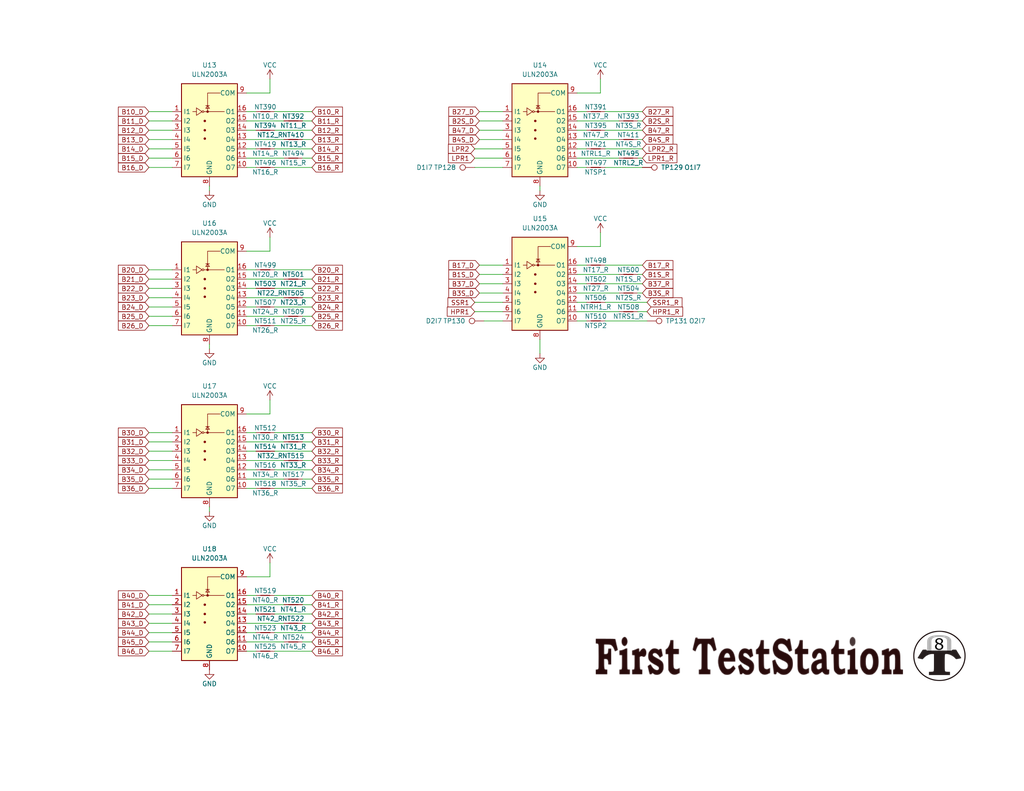
<source format=kicad_sch>
(kicad_sch (version 20230121) (generator eeschema)
  (paper "A")
  (title_block (title "Interconnect IO Board  640-1000-010") (date "2022-06-01") (rev "1.0"))
  (lib_symbols
    (symbol "Library:NetTie_2" (pin_numbers hide) (pin_names (offset 0) hide)
      (property "Reference" "NT" (at 0 1.27 0))
      (property "Value" "NetTie_2" (at 0 -1.27 0))
      (symbol "NetTie_2_0_1"
        (polyline (pts (xy -1.27 0) (xy 1.27 0)) (stroke (width 0.254)))
      )
      (symbol "NetTie_2_1_1"
        (pin passive line (at -2.54 0 0) (length 2.54) (name "1") (number "1"))
        (pin passive line (at 2.54 0 180) (length 2.54) (name "2") (number "2"))
      )
    )
    (symbol "Library:TestPoint" (pin_numbers hide) (pin_names (offset 0.762) hide)
      (property "Reference" "TP" (at 0 6.858 0))
      (property "Value" "TestPoint" (at 0 5.08 0))
      (symbol "TestPoint_0_1"
        (circle (center 0 3.302) (radius 0.762))
      )
      (symbol "TestPoint_1_1"
        (pin passive line (at 0 0 90) (length 2.54) (name "1") (number "1"))
      )
    )
    (symbol "Library:ULN2003A"
      (property "Reference" "U" (at 0 15.875 0))
      (property "Value" "ULN2003A" (at 0 13.97 0))
      (symbol "ULN2003A_0_1"
        (rectangle (start -7.62 -12.7) (end 7.62 12.7) (stroke (width 0.254)) (fill (type background)))
        (circle (center -1.778 5.08) (radius 0.254))
        (circle (center -1.27 -2.286) (radius 0.254) (fill (type outline)))
        (circle (center -1.27 0) (radius 0.254) (fill (type outline)))
        (circle (center -1.27 2.54) (radius 0.254) (fill (type outline)))
        (circle (center -0.508 5.08) (radius 0.254) (fill (type outline)))
        (polyline (pts (xy -4.572 5.08) (xy -3.556 5.08)))
        (polyline (pts (xy -1.524 5.08) (xy 4.064 5.08)))
        (polyline (pts (xy 0 6.731) (xy -1.016 6.731)))
        (polyline (pts (xy -0.508 5.08) (xy -0.508 10.16) (xy 2.921 10.16)))
        (polyline (pts (xy -3.556 6.096) (xy -3.556 4.064) (xy -2.032 5.08) (xy -3.556 6.096)))
        (polyline (pts (xy 0 5.969) (xy -1.016 5.969) (xy -0.508 6.731) (xy 0 5.969)))
      )
      (symbol "ULN2003A_1_1"
        (pin input line (at -10.16 5.08 0) (length 2.54) (name "I1") (number "1"))
        (pin open_collector line (at 10.16 -10.16 180) (length 2.54) (name "O7") (number "10"))
        (pin open_collector line (at 10.16 -7.62 180) (length 2.54) (name "O6") (number "11"))
        (pin open_collector line (at 10.16 -5.08 180) (length 2.54) (name "O5") (number "12"))
        (pin open_collector line (at 10.16 -2.54 180) (length 2.54) (name "O4") (number "13"))
        (pin open_collector line (at 10.16 0 180) (length 2.54) (name "O3") (number "14"))
        (pin open_collector line (at 10.16 2.54 180) (length 2.54) (name "O2") (number "15"))
        (pin open_collector line (at 10.16 5.08 180) (length 2.54) (name "O1") (number "16"))
        (pin input line (at -10.16 2.54 0) (length 2.54) (name "I2") (number "2"))
        (pin input line (at -10.16 0 0) (length 2.54) (name "I3") (number "3"))
        (pin input line (at -10.16 -2.54 0) (length 2.54) (name "I4") (number "4"))
        (pin input line (at -10.16 -5.08 0) (length 2.54) (name "I5") (number "5"))
        (pin input line (at -10.16 -7.62 0) (length 2.54) (name "I6") (number "6"))
        (pin input line (at -10.16 -10.16 0) (length 2.54) (name "I7") (number "7"))
        (pin power_in line (at 0 -15.24 90) (length 2.54) (name "GND") (number "8"))
        (pin passive line (at 10.16 10.16 180) (length 2.54) (name "COM") (number "9"))
      )
    )
    (symbol "power:GND" (power) (pin_names (offset 0))
      (property "Value" "GND" (at 0 -3.81 0))
      (symbol "GND_0_1"
        (polyline (pts (xy 0 0) (xy 0 -1.27) (xy 1.27 -1.27) (xy 0 -2.54) (xy -1.27 -1.27) (xy 0 -1.27)))
      )
      (symbol "GND_1_1"
        (pin power_in line (at 0 0 270) (length 0) hide (name "GND") (number "1"))
      )
    )
    (symbol "power:VCC" (power) (pin_names (offset 0))
      (property "Value" "VCC" (at 0 3.81 0))
      (symbol "VCC_0_1"
        (polyline (pts (xy -0.762 1.27) (xy 0 2.54)))
        (polyline (pts (xy 0 0) (xy 0 2.54)))
        (polyline (pts (xy 0 2.54) (xy 0.762 1.27)))
      )
      (symbol "VCC_1_1"
        (pin power_in line (at 0 0 90) (length 0) hide (name "VCC") (number "1"))
      )
    )
  )
  (wire (pts (xy 40.64 123.19) (xy 46.99 123.19)))
  (wire (pts (xy 157.48 43.18) (xy 168.91 43.18)))
  (wire (pts (xy 40.64 43.18) (xy 46.99 43.18)))
  (wire (pts (xy 67.31 83.82) (xy 69.85 83.82)))
  (wire (pts (xy 67.31 177.8) (xy 69.85 177.8)))
  (wire (pts (xy 82.55 38.1) (xy 85.09 38.1)))
  (wire (pts (xy 67.31 170.18) (xy 77.47 170.18)))
  (wire (pts (xy 67.31 130.81) (xy 77.47 130.81)))
  (wire (pts (xy 157.48 30.48) (xy 160.02 30.48)))
  (wire (pts (xy 74.93 45.72) (xy 85.09 45.72)))
  (wire (pts (xy 67.31 157.48) (xy 73.66 157.48)))
  (wire (pts (xy 73.66 25.4) (xy 73.66 21.59)))
  (wire (pts (xy 67.31 172.72) (xy 69.85 172.72)))
  (wire (pts (xy 173.99 80.01) (xy 175.26 80.01)))
  (wire (pts (xy 157.48 77.47) (xy 160.02 77.47)))
  (wire (pts (xy 40.64 172.72) (xy 46.99 172.72)))
  (wire (pts (xy 82.55 33.02) (xy 85.09 33.02)))
  (wire (pts (xy 40.64 83.82) (xy 46.99 83.82)))
  (wire (pts (xy 67.31 128.27) (xy 69.85 128.27)))
  (wire (pts (xy 74.93 118.11) (xy 85.09 118.11)))
  (wire (pts (xy 74.93 88.9) (xy 85.09 88.9)))
  (wire (pts (xy 173.99 38.1) (xy 175.26 38.1)))
  (wire (pts (xy 173.99 85.09) (xy 176.53 85.09)))
  (wire (pts (xy 165.1 35.56) (xy 175.26 35.56)))
  (wire (pts (xy 173.99 33.02) (xy 175.26 33.02)))
  (wire (pts (xy 40.64 88.9) (xy 46.99 88.9)))
  (wire (pts (xy 157.48 33.02) (xy 168.91 33.02)))
  (wire (pts (xy 74.93 128.27) (xy 85.09 128.27)))
  (wire (pts (xy 67.31 133.35) (xy 69.85 133.35)))
  (wire (pts (xy 67.31 120.65) (xy 77.47 120.65)))
  (wire (pts (xy 40.64 162.56) (xy 46.99 162.56)))
  (wire (pts (xy 40.64 175.26) (xy 46.99 175.26)))
  (wire (pts (xy 165.1 77.47) (xy 175.26 77.47)))
  (wire (pts (xy 67.31 40.64) (xy 69.85 40.64)))
  (wire (pts (xy 130.81 35.56) (xy 137.16 35.56)))
  (wire (pts (xy 157.48 85.09) (xy 168.91 85.09)))
  (wire (pts (xy 157.48 82.55) (xy 160.02 82.55)))
  (wire (pts (xy 157.48 80.01) (xy 168.91 80.01)))
  (wire (pts (xy 74.93 40.64) (xy 85.09 40.64)))
  (wire (pts (xy 40.64 118.11) (xy 46.99 118.11)))
  (wire (pts (xy 74.93 172.72) (xy 85.09 172.72)))
  (wire (pts (xy 40.64 30.48) (xy 46.99 30.48)))
  (wire (pts (xy 40.64 33.02) (xy 46.99 33.02)))
  (wire (pts (xy 129.54 43.18) (xy 137.16 43.18)))
  (wire (pts (xy 67.31 45.72) (xy 69.85 45.72)))
  (wire (pts (xy 157.48 25.4) (xy 163.83 25.4)))
  (wire (pts (xy 74.93 83.82) (xy 85.09 83.82)))
  (wire (pts (xy 129.54 82.55) (xy 137.16 82.55)))
  (wire (pts (xy 82.55 165.1) (xy 85.09 165.1)))
  (wire (pts (xy 82.55 86.36) (xy 85.09 86.36)))
  (wire (pts (xy 165.1 30.48) (xy 175.26 30.48)))
  (wire (pts (xy 147.32 92.71) (xy 147.32 96.52)))
  (wire (pts (xy 157.48 45.72) (xy 160.02 45.72)))
  (wire (pts (xy 40.64 35.56) (xy 46.99 35.56)))
  (wire (pts (xy 132.08 87.63) (xy 137.16 87.63)))
  (wire (pts (xy 82.55 76.2) (xy 85.09 76.2)))
  (wire (pts (xy 40.64 40.64) (xy 46.99 40.64)))
  (wire (pts (xy 67.31 25.4) (xy 73.66 25.4)))
  (wire (pts (xy 40.64 167.64) (xy 46.99 167.64)))
  (wire (pts (xy 165.1 40.64) (xy 175.26 40.64)))
  (wire (pts (xy 173.99 43.18) (xy 175.26 43.18)))
  (wire (pts (xy 67.31 162.56) (xy 69.85 162.56)))
  (wire (pts (xy 73.66 113.03) (xy 73.66 109.22)))
  (wire (pts (xy 40.64 73.66) (xy 46.99 73.66)))
  (wire (pts (xy 74.93 35.56) (xy 85.09 35.56)))
  (wire (pts (xy 67.31 33.02) (xy 77.47 33.02)))
  (wire (pts (xy 40.64 120.65) (xy 46.99 120.65)))
  (wire (pts (xy 82.55 125.73) (xy 85.09 125.73)))
  (wire (pts (xy 157.48 35.56) (xy 160.02 35.56)))
  (wire (pts (xy 74.93 73.66) (xy 85.09 73.66)))
  (wire (pts (xy 82.55 43.18) (xy 85.09 43.18)))
  (wire (pts (xy 74.93 177.8) (xy 85.09 177.8)))
  (wire (pts (xy 74.93 133.35) (xy 85.09 133.35)))
  (wire (pts (xy 73.66 157.48) (xy 73.66 153.67)))
  (wire (pts (xy 82.55 130.81) (xy 85.09 130.81)))
  (wire (pts (xy 173.99 74.93) (xy 175.26 74.93)))
  (wire (pts (xy 130.81 74.93) (xy 137.16 74.93)))
  (wire (pts (xy 67.31 113.03) (xy 73.66 113.03)))
  (wire (pts (xy 40.64 45.72) (xy 46.99 45.72)))
  (wire (pts (xy 40.64 130.81) (xy 46.99 130.81)))
  (wire (pts (xy 67.31 118.11) (xy 69.85 118.11)))
  (wire (pts (xy 82.55 170.18) (xy 85.09 170.18)))
  (wire (pts (xy 57.15 138.43) (xy 57.15 139.7)))
  (wire (pts (xy 163.83 25.4) (xy 163.83 21.59)))
  (wire (pts (xy 67.31 43.18) (xy 77.47 43.18)))
  (wire (pts (xy 157.48 87.63) (xy 160.02 87.63)))
  (wire (pts (xy 157.48 72.39) (xy 160.02 72.39)))
  (wire (pts (xy 163.83 67.31) (xy 163.83 63.5)))
  (wire (pts (xy 67.31 73.66) (xy 69.85 73.66)))
  (wire (pts (xy 67.31 81.28) (xy 77.47 81.28)))
  (wire (pts (xy 67.31 165.1) (xy 77.47 165.1)))
  (wire (pts (xy 157.48 74.93) (xy 168.91 74.93)))
  (wire (pts (xy 165.1 45.72) (xy 175.26 45.72)))
  (wire (pts (xy 40.64 86.36) (xy 46.99 86.36)))
  (wire (pts (xy 130.81 77.47) (xy 137.16 77.47)))
  (wire (pts (xy 67.31 30.48) (xy 69.85 30.48)))
  (wire (pts (xy 67.31 38.1) (xy 77.47 38.1)))
  (wire (pts (xy 130.81 30.48) (xy 137.16 30.48)))
  (wire (pts (xy 74.93 30.48) (xy 85.09 30.48)))
  (wire (pts (xy 67.31 123.19) (xy 69.85 123.19)))
  (wire (pts (xy 74.93 162.56) (xy 85.09 162.56)))
  (wire (pts (xy 129.54 45.72) (xy 137.16 45.72)))
  (wire (pts (xy 157.48 67.31) (xy 163.83 67.31)))
  (wire (pts (xy 57.15 93.98) (xy 57.15 95.25)))
  (wire (pts (xy 165.1 72.39) (xy 175.26 72.39)))
  (wire (pts (xy 67.31 125.73) (xy 77.47 125.73)))
  (wire (pts (xy 82.55 81.28) (xy 85.09 81.28)))
  (wire (pts (xy 40.64 170.18) (xy 46.99 170.18)))
  (wire (pts (xy 130.81 33.02) (xy 137.16 33.02)))
  (wire (pts (xy 74.93 123.19) (xy 85.09 123.19)))
  (wire (pts (xy 67.31 88.9) (xy 69.85 88.9)))
  (wire (pts (xy 40.64 81.28) (xy 46.99 81.28)))
  (wire (pts (xy 130.81 38.1) (xy 137.16 38.1)))
  (wire (pts (xy 157.48 38.1) (xy 168.91 38.1)))
  (wire (pts (xy 67.31 35.56) (xy 69.85 35.56)))
  (wire (pts (xy 74.93 78.74) (xy 85.09 78.74)))
  (wire (pts (xy 147.32 50.8) (xy 147.32 52.07)))
  (wire (pts (xy 165.1 87.63) (xy 176.53 87.63)))
  (wire (pts (xy 67.31 175.26) (xy 77.47 175.26)))
  (wire (pts (xy 40.64 76.2) (xy 46.99 76.2)))
  (wire (pts (xy 129.54 85.09) (xy 137.16 85.09)))
  (wire (pts (xy 73.66 68.58) (xy 73.66 64.77)))
  (wire (pts (xy 40.64 78.74) (xy 46.99 78.74)))
  (wire (pts (xy 40.64 38.1) (xy 46.99 38.1)))
  (wire (pts (xy 82.55 120.65) (xy 85.09 120.65)))
  (wire (pts (xy 157.48 40.64) (xy 160.02 40.64)))
  (wire (pts (xy 67.31 86.36) (xy 77.47 86.36)))
  (wire (pts (xy 129.54 40.64) (xy 137.16 40.64)))
  (wire (pts (xy 165.1 82.55) (xy 176.53 82.55)))
  (wire (pts (xy 40.64 133.35) (xy 46.99 133.35)))
  (wire (pts (xy 82.55 175.26) (xy 85.09 175.26)))
  (wire (pts (xy 67.31 167.64) (xy 69.85 167.64)))
  (wire (pts (xy 67.31 78.74) (xy 69.85 78.74)))
  (wire (pts (xy 40.64 177.8) (xy 46.99 177.8)))
  (wire (pts (xy 40.64 125.73) (xy 46.99 125.73)))
  (wire (pts (xy 74.93 167.64) (xy 85.09 167.64)))
  (wire (pts (xy 40.64 165.1) (xy 46.99 165.1)))
  (wire (pts (xy 67.31 76.2) (xy 77.47 76.2)))
  (wire (pts (xy 130.81 80.01) (xy 137.16 80.01)))
  (wire (pts (xy 67.31 68.58) (xy 73.66 68.58)))
  (wire (pts (xy 130.81 72.39) (xy 137.16 72.39)))
  (wire (pts (xy 40.64 128.27) (xy 46.99 128.27)))
  (wire (pts (xy 57.15 50.8) (xy 57.15 52.07)))
  (image (at 204.47 179.07) (scale 2.13772))
  (image (at 256.54 179.07))
  (global_label "B45_R" (shape input) (at 85.09 175.26 0) (property "Intersheetrefs" "${INTERSHEET_REFS}" (effects hide)))
  (global_label "B35_R" (shape input) (at 85.09 130.81 0) (property "Intersheetrefs" "${INTERSHEET_REFS}" (effects hide)))
  (global_label "B44_R" (shape input) (at 85.09 172.72 0) (property "Intersheetrefs" "${INTERSHEET_REFS}" (effects hide)))
  (global_label "B31_R" (shape input) (at 85.09 120.65 0) (property "Intersheetrefs" "${INTERSHEET_REFS}" (effects hide)))
  (global_label "LPR1_R" (shape input) (at 175.26 43.18 0) (property "Intersheetrefs" "${INTERSHEET_REFS}" (effects hide)))
  (global_label "SSR1" (shape input) (at 129.54 82.55 180) (property "Intersheetrefs" "${INTERSHEET_REFS}" (effects hide)))
  (global_label "B33_D" (shape input) (at 40.64 125.73 180) (property "Intersheetrefs" "${INTERSHEET_REFS}" (effects hide)))
  (global_label "B34_D" (shape input) (at 40.64 128.27 180) (property "Intersheetrefs" "${INTERSHEET_REFS}" (effects hide)))
  (global_label "B25_R" (shape input) (at 85.09 86.36 0) (property "Intersheetrefs" "${INTERSHEET_REFS}" (effects hide)))
  (global_label "B43_D" (shape input) (at 40.64 170.18 180) (property "Intersheetrefs" "${INTERSHEET_REFS}" (effects hide)))
  (global_label "B43_R" (shape input) (at 85.09 170.18 0) (property "Intersheetrefs" "${INTERSHEET_REFS}" (effects hide)))
  (global_label "B30_R" (shape input) (at 85.09 118.11 0) (property "Intersheetrefs" "${INTERSHEET_REFS}" (effects hide)))
  (global_label "B20_R" (shape input) (at 85.09 73.66 0) (property "Intersheetrefs" "${INTERSHEET_REFS}" (effects hide)))
  (global_label "B40_R" (shape input) (at 85.09 162.56 0) (property "Intersheetrefs" "${INTERSHEET_REFS}" (effects hide)))
  (global_label "B42_D" (shape input) (at 40.64 167.64 180) (property "Intersheetrefs" "${INTERSHEET_REFS}" (effects hide)))
  (global_label "B47_R" (shape input) (at 175.26 35.56 0) (property "Intersheetrefs" "${INTERSHEET_REFS}" (effects hide)))
  (global_label "B1S_D" (shape input) (at 130.81 74.93 180) (property "Intersheetrefs" "${INTERSHEET_REFS}" (effects hide)))
  (global_label "B2S_D" (shape input) (at 130.81 33.02 180) (property "Intersheetrefs" "${INTERSHEET_REFS}" (effects hide)))
  (global_label "LPR2" (shape input) (at 129.54 40.64 180) (property "Intersheetrefs" "${INTERSHEET_REFS}" (effects hide)))
  (global_label "B4S_D" (shape input) (at 130.81 38.1 180) (property "Intersheetrefs" "${INTERSHEET_REFS}" (effects hide)))
  (global_label "B24_D" (shape input) (at 40.64 83.82 180) (property "Intersheetrefs" "${INTERSHEET_REFS}" (effects hide)))
  (global_label "B22_R" (shape input) (at 85.09 78.74 0) (property "Intersheetrefs" "${INTERSHEET_REFS}" (effects hide)))
  (global_label "B4S_R" (shape input) (at 175.26 38.1 0) (property "Intersheetrefs" "${INTERSHEET_REFS}" (effects hide)))
  (global_label "B42_R" (shape input) (at 85.09 167.64 0) (property "Intersheetrefs" "${INTERSHEET_REFS}" (effects hide)))
  (global_label "HPR1_R" (shape input) (at 176.53 85.09 0) (property "Intersheetrefs" "${INTERSHEET_REFS}" (effects hide)))
  (global_label "B46_D" (shape input) (at 40.64 177.8 180) (property "Intersheetrefs" "${INTERSHEET_REFS}" (effects hide)))
  (global_label "LPR1" (shape input) (at 129.54 43.18 180) (property "Intersheetrefs" "${INTERSHEET_REFS}" (effects hide)))
  (global_label "B13_D" (shape input) (at 40.64 38.1 180) (property "Intersheetrefs" "${INTERSHEET_REFS}" (effects hide)))
  (global_label "B16_R" (shape input) (at 85.09 45.72 0) (property "Intersheetrefs" "${INTERSHEET_REFS}" (effects hide)))
  (global_label "B40_D" (shape input) (at 40.64 162.56 180) (property "Intersheetrefs" "${INTERSHEET_REFS}" (effects hide)))
  (global_label "B11_R" (shape input) (at 85.09 33.02 0) (property "Intersheetrefs" "${INTERSHEET_REFS}" (effects hide)))
  (global_label "B2S_R" (shape input) (at 175.26 33.02 0) (property "Intersheetrefs" "${INTERSHEET_REFS}" (effects hide)))
  (global_label "B22_D" (shape input) (at 40.64 78.74 180) (property "Intersheetrefs" "${INTERSHEET_REFS}" (effects hide)))
  (global_label "B36_D" (shape input) (at 40.64 133.35 180) (property "Intersheetrefs" "${INTERSHEET_REFS}" (effects hide)))
  (global_label "B31_D" (shape input) (at 40.64 120.65 180) (property "Intersheetrefs" "${INTERSHEET_REFS}" (effects hide)))
  (global_label "B26_D" (shape input) (at 40.64 88.9 180) (property "Intersheetrefs" "${INTERSHEET_REFS}" (effects hide)))
  (global_label "B17_R" (shape input) (at 175.26 72.39 0) (property "Intersheetrefs" "${INTERSHEET_REFS}" (effects hide)))
  (global_label "B12_D" (shape input) (at 40.64 35.56 180) (property "Intersheetrefs" "${INTERSHEET_REFS}" (effects hide)))
  (global_label "B20_D" (shape input) (at 40.64 73.66 180) (property "Intersheetrefs" "${INTERSHEET_REFS}" (effects hide)))
  (global_label "B47_D" (shape input) (at 130.81 35.56 180) (property "Intersheetrefs" "${INTERSHEET_REFS}" (effects hide)))
  (global_label "B27_D" (shape input) (at 130.81 30.48 180) (property "Intersheetrefs" "${INTERSHEET_REFS}" (effects hide)))
  (global_label "B35_D" (shape input) (at 40.64 130.81 180) (property "Intersheetrefs" "${INTERSHEET_REFS}" (effects hide)))
  (global_label "B21_R" (shape input) (at 85.09 76.2 0) (property "Intersheetrefs" "${INTERSHEET_REFS}" (effects hide)))
  (global_label "B32_R" (shape input) (at 85.09 123.19 0) (property "Intersheetrefs" "${INTERSHEET_REFS}" (effects hide)))
  (global_label "B23_R" (shape input) (at 85.09 81.28 0) (property "Intersheetrefs" "${INTERSHEET_REFS}" (effects hide)))
  (global_label "B33_R" (shape input) (at 85.09 125.73 0) (property "Intersheetrefs" "${INTERSHEET_REFS}" (effects hide)))
  (global_label "B10_D" (shape input) (at 40.64 30.48 180) (property "Intersheetrefs" "${INTERSHEET_REFS}" (effects hide)))
  (global_label "B32_D" (shape input) (at 40.64 123.19 180) (property "Intersheetrefs" "${INTERSHEET_REFS}" (effects hide)))
  (global_label "B41_D" (shape input) (at 40.64 165.1 180) (property "Intersheetrefs" "${INTERSHEET_REFS}" (effects hide)))
  (global_label "B24_R" (shape input) (at 85.09 83.82 0) (property "Intersheetrefs" "${INTERSHEET_REFS}" (effects hide)))
  (global_label "LPR2_R" (shape input) (at 175.26 40.64 0) (property "Intersheetrefs" "${INTERSHEET_REFS}" (effects hide)))
  (global_label "B44_D" (shape input) (at 40.64 172.72 180) (property "Intersheetrefs" "${INTERSHEET_REFS}" (effects hide)))
  (global_label "B14_D" (shape input) (at 40.64 40.64 180) (property "Intersheetrefs" "${INTERSHEET_REFS}" (effects hide)))
  (global_label "HPR1" (shape input) (at 129.54 85.09 180) (property "Intersheetrefs" "${INTERSHEET_REFS}" (effects hide)))
  (global_label "B37_D" (shape input) (at 130.81 77.47 180) (property "Intersheetrefs" "${INTERSHEET_REFS}" (effects hide)))
  (global_label "B15_D" (shape input) (at 40.64 43.18 180) (property "Intersheetrefs" "${INTERSHEET_REFS}" (effects hide)))
  (global_label "B37_R" (shape input) (at 175.26 77.47 0) (property "Intersheetrefs" "${INTERSHEET_REFS}" (effects hide)))
  (global_label "SSR1_R" (shape input) (at 176.53 82.55 0) (property "Intersheetrefs" "${INTERSHEET_REFS}" (effects hide)))
  (global_label "B10_R" (shape input) (at 85.09 30.48 0) (property "Intersheetrefs" "${INTERSHEET_REFS}" (effects hide)))
  (global_label "B16_D" (shape input) (at 40.64 45.72 180) (property "Intersheetrefs" "${INTERSHEET_REFS}" (effects hide)))
  (global_label "B41_R" (shape input) (at 85.09 165.1 0) (property "Intersheetrefs" "${INTERSHEET_REFS}" (effects hide)))
  (global_label "B25_D" (shape input) (at 40.64 86.36 180) (property "Intersheetrefs" "${INTERSHEET_REFS}" (effects hide)))
  (global_label "B1S_R" (shape input) (at 175.26 74.93 0) (property "Intersheetrefs" "${INTERSHEET_REFS}" (effects hide)))
  (global_label "B17_D" (shape input) (at 130.81 72.39 180) (property "Intersheetrefs" "${INTERSHEET_REFS}" (effects hide)))
  (global_label "B3S_D" (shape input) (at 130.81 80.01 180) (property "Intersheetrefs" "${INTERSHEET_REFS}" (effects hide)))
  (global_label "B23_D" (shape input) (at 40.64 81.28 180) (property "Intersheetrefs" "${INTERSHEET_REFS}" (effects hide)))
  (global_label "B11_D" (shape input) (at 40.64 33.02 180) (property "Intersheetrefs" "${INTERSHEET_REFS}" (effects hide)))
  (global_label "B36_R" (shape input) (at 85.09 133.35 0) (property "Intersheetrefs" "${INTERSHEET_REFS}" (effects hide)))
  (global_label "B3S_R" (shape input) (at 175.26 80.01 0) (property "Intersheetrefs" "${INTERSHEET_REFS}" (effects hide)))
  (global_label "B27_R" (shape input) (at 175.26 30.48 0) (property "Intersheetrefs" "${INTERSHEET_REFS}" (effects hide)))
  (global_label "B26_R" (shape input) (at 85.09 88.9 0) (property "Intersheetrefs" "${INTERSHEET_REFS}" (effects hide)))
  (global_label "B21_D" (shape input) (at 40.64 76.2 180) (property "Intersheetrefs" "${INTERSHEET_REFS}" (effects hide)))
  (global_label "B15_R" (shape input) (at 85.09 43.18 0) (property "Intersheetrefs" "${INTERSHEET_REFS}" (effects hide)))
  (global_label "B30_D" (shape input) (at 40.64 118.11 180) (property "Intersheetrefs" "${INTERSHEET_REFS}" (effects hide)))
  (global_label "B45_D" (shape input) (at 40.64 175.26 180) (property "Intersheetrefs" "${INTERSHEET_REFS}" (effects hide)))
  (global_label "B14_R" (shape input) (at 85.09 40.64 0) (property "Intersheetrefs" "${INTERSHEET_REFS}" (effects hide)))
  (global_label "B34_R" (shape input) (at 85.09 128.27 0) (property "Intersheetrefs" "${INTERSHEET_REFS}" (effects hide)))
  (global_label "B13_R" (shape input) (at 85.09 38.1 0) (property "Intersheetrefs" "${INTERSHEET_REFS}" (effects hide)))
  (global_label "B46_R" (shape input) (at 85.09 177.8 0) (property "Intersheetrefs" "${INTERSHEET_REFS}" (effects hide)))
  (global_label "B12_R" (shape input) (at 85.09 35.56 0) (property "Intersheetrefs" "${INTERSHEET_REFS}" (effects hide)))
  (symbol (lib_id "Library:ULN2003A") (at 147.32 77.47 0) (unit 1)
    (property "Reference" "U15" (at 147.32 59.69 0))
    (property "Value" "ULN2003A" (at 147.32 62.23 0))
    (property "Footprint" "Project_Library:DIP-16_W7.62mm_LongPads" (effects hide))
    (property "Datasheet" "http://www.ti.com/lit/ds/symlink/uln2003a.pdf" (effects hide))
  )
  (symbol (lib_id "Library:NetTie_2") (at 72.39 133.35 0) (unit 1)
    (property "Reference" "NT518" (at 72.39 132.08 0))
    (property "Value" "NT36_R" (at 72.39 134.62 0))
    (property "Footprint" "NetTie:NetTie-2_Front1.0mm" (effects hide))
  )
  (symbol (lib_id "Library:TestPoint") (at 129.54 45.72 90) (unit 1)
    (property "Reference" "TP128" (at 124.46 45.72 90) (effects (justify left)))
    (property "Value" "D1I7" (at 118.11 45.72 90) (effects (justify left)))
    (property "Footprint" "TestPoint:TestPoint_THTPad_D1.5mm_Drill0.7mm" (effects hide))
  )
  (symbol (lib_id "Library:NetTie_2") (at 80.01 120.65 0) (unit 1)
    (property "Reference" "NT513" (at 80.01 119.38 0))
    (property "Value" "NT31_R" (at 80.01 121.92 0))
    (property "Footprint" "NetTie:NetTie-2_Front1.0mm" (effects hide))
  )
  (symbol (lib_id "Library:ULN2003A") (at 57.15 35.56 0) (unit 1)
    (property "Reference" "U13" (at 57.15 17.78 0))
    (property "Value" "ULN2003A" (at 57.15 20.32 0))
    (property "Footprint" "Project_Library:DIP-16_W7.62mm_LongPads" (effects hide))
    (property "Datasheet" "http://www.ti.com/lit/ds/symlink/uln2003a.pdf" (effects hide))
  )
  (symbol (lib_id "power:GND") (at 147.32 52.07 0) (unit 1)
    (property "Reference" "#PWR097" (effects hide))
    (property "Value" "GND" (at 147.32 55.88 0))
  )
  (symbol (lib_id "Library:NetTie_2") (at 162.56 82.55 0) (unit 1)
    (property "Reference" "NT506" (at 162.56 81.28 0))
    (property "Value" "NTRH1_R" (at 162.56 83.82 0))
    (property "Footprint" "NetTie:NetTie-2_Front1.0mm" (effects hide))
  )
  (symbol (lib_id "Library:NetTie_2") (at 80.01 170.18 0) (unit 1)
    (property "Reference" "NT522" (at 80.01 168.91 0))
    (property "Value" "NT43_R" (at 80.01 171.45 0))
    (property "Footprint" "NetTie:NetTie-2_Front1.0mm" (effects hide))
  )
  (symbol (lib_id "power:VCC") (at 73.66 109.22 0) (unit 1)
    (property "Reference" "#PWR0143" (effects hide))
    (property "Value" "VCC" (at 73.66 105.41 0))
  )
  (symbol (lib_id "Library:NetTie_2") (at 72.39 35.56 0) (unit 1)
    (property "Reference" "NT394" (at 72.39 34.29 0))
    (property "Value" "NT12_R" (at 73.66 36.83 0))
    (property "Footprint" "NetTie:NetTie-2_Front1.0mm" (effects hide))
  )
  (symbol (lib_id "Library:NetTie_2") (at 80.01 81.28 0) (unit 1)
    (property "Reference" "NT505" (at 80.01 80.01 0))
    (property "Value" "NT23_R" (at 80.01 82.55 0))
    (property "Footprint" "NetTie:NetTie-2_Front1.0mm" (effects hide))
  )
  (symbol (lib_id "Library:ULN2003A") (at 57.15 167.64 0) (unit 1)
    (property "Reference" "U18" (at 57.15 149.86 0))
    (property "Value" "ULN2003A" (at 57.15 152.4 0))
    (property "Footprint" "Project_Library:DIP-16_W7.62mm_LongPads" (effects hide))
    (property "Datasheet" "http://www.ti.com/lit/ds/symlink/uln2003a.pdf" (effects hide))
  )
  (symbol (lib_id "Library:NetTie_2") (at 162.56 30.48 0) (unit 1)
    (property "Reference" "NT391" (at 162.56 29.21 0))
    (property "Value" "NT37_R" (at 162.56 31.75 0))
    (property "Footprint" "NetTie:NetTie-2_Front1.0mm" (effects hide))
  )
  (symbol (lib_id "Library:ULN2003A") (at 57.15 78.74 0) (unit 1)
    (property "Reference" "U16" (at 57.15 60.96 0))
    (property "Value" "ULN2003A" (at 57.15 63.5 0))
    (property "Footprint" "Project_Library:DIP-16_W7.62mm_LongPads" (effects hide))
    (property "Datasheet" "http://www.ti.com/lit/ds/symlink/uln2003a.pdf" (effects hide))
  )
  (symbol (lib_id "Library:ULN2003A") (at 147.32 35.56 0) (unit 1)
    (property "Reference" "U14" (at 147.32 17.78 0))
    (property "Value" "ULN2003A" (at 147.32 20.32 0))
    (property "Footprint" "Project_Library:DIP-16_W7.62mm_LongPads" (effects hide))
    (property "Datasheet" "http://www.ti.com/lit/ds/symlink/uln2003a.pdf" (effects hide))
  )
  (symbol (lib_id "Library:NetTie_2") (at 80.01 76.2 0) (unit 1)
    (property "Reference" "NT501" (at 80.01 74.93 0))
    (property "Value" "NT21_R" (at 80.01 77.47 0))
    (property "Footprint" "NetTie:NetTie-2_Front1.0mm" (effects hide))
  )
  (symbol (lib_id "Library:NetTie_2") (at 72.39 162.56 0) (unit 1)
    (property "Reference" "NT519" (at 72.39 161.29 0))
    (property "Value" "NT40_R" (at 72.39 163.83 0))
    (property "Footprint" "NetTie:NetTie-2_Front1.0mm" (effects hide))
  )
  (symbol (lib_id "Library:NetTie_2") (at 162.56 45.72 0) (unit 1)
    (property "Reference" "NT497" (at 162.56 44.45 0))
    (property "Value" "NTSP1" (at 162.56 46.99 0))
    (property "Footprint" "NetTie:NetTie-2_Front1.0mm" (effects hide))
  )
  (symbol (lib_id "Library:NetTie_2") (at 80.01 43.18 0) (unit 1)
    (property "Reference" "NT494" (at 80.01 41.91 0))
    (property "Value" "NT15_R" (at 80.01 44.45 0))
    (property "Footprint" "NetTie:NetTie-2_Front1.0mm" (effects hide))
  )
  (symbol (lib_id "Library:NetTie_2") (at 72.39 167.64 0) (unit 1)
    (property "Reference" "NT521" (at 72.39 166.37 0))
    (property "Value" "NT42_R" (at 73.66 168.91 0))
    (property "Footprint" "NetTie:NetTie-2_Front1.0mm" (effects hide))
  )
  (symbol (lib_id "power:GND") (at 147.32 96.52 0) (unit 1)
    (property "Reference" "#PWR0142" (effects hide))
    (property "Value" "GND" (at 147.32 100.33 0))
  )
  (symbol (lib_id "Library:NetTie_2") (at 171.45 85.09 0) (unit 1)
    (property "Reference" "NT508" (at 171.45 83.82 0))
    (property "Value" "NTRS1_R" (at 171.45 86.36 0))
    (property "Footprint" "NetTie:NetTie-2_Front1.0mm" (effects hide))
  )
  (symbol (lib_id "Library:NetTie_2") (at 72.39 30.48 0) (unit 1)
    (property "Reference" "NT390" (at 72.39 29.21 0))
    (property "Value" "NT10_R" (at 72.39 31.75 0))
    (property "Footprint" "NetTie:NetTie-2_Front1.0mm" (effects hide))
  )
  (symbol (lib_id "Library:TestPoint") (at 176.53 87.63 270) (unit 1)
    (property "Reference" "TP131" (at 181.61 87.63 90) (effects (justify left)))
    (property "Value" "O2I7" (at 187.96 87.63 90) (effects (justify left)))
    (property "Footprint" "TestPoint:TestPoint_THTPad_D1.5mm_Drill0.7mm" (effects hide))
  )
  (symbol (lib_id "power:VCC") (at 163.83 63.5 0) (unit 1)
    (property "Reference" "#PWR0120" (effects hide))
    (property "Value" "VCC" (at 163.83 59.69 0))
  )
  (symbol (lib_id "Library:NetTie_2") (at 72.39 118.11 0) (unit 1)
    (property "Reference" "NT512" (at 72.39 116.84 0))
    (property "Value" "NT30_R" (at 72.39 119.38 0))
    (property "Footprint" "NetTie:NetTie-2_Front1.0mm" (effects hide))
  )
  (symbol (lib_id "power:VCC") (at 73.66 153.67 0) (unit 1)
    (property "Reference" "#PWR0145" (effects hide))
    (property "Value" "VCC" (at 73.66 149.86 0))
  )
  (symbol (lib_id "Library:NetTie_2") (at 80.01 38.1 0) (unit 1)
    (property "Reference" "NT410" (at 80.01 36.83 0))
    (property "Value" "NT13_R" (at 80.01 39.37 0))
    (property "Footprint" "NetTie:NetTie-2_Front1.0mm" (effects hide))
  )
  (symbol (lib_id "Library:ULN2003A") (at 57.15 123.19 0) (unit 1)
    (property "Reference" "U17" (at 57.15 105.41 0))
    (property "Value" "ULN2003A" (at 57.15 107.95 0))
    (property "Footprint" "Project_Library:DIP-16_W7.62mm_LongPads" (effects hide))
    (property "Datasheet" "http://www.ti.com/lit/ds/symlink/uln2003a.pdf" (effects hide))
  )
  (symbol (lib_id "Library:NetTie_2") (at 80.01 86.36 0) (unit 1)
    (property "Reference" "NT509" (at 80.01 85.09 0))
    (property "Value" "NT25_R" (at 80.01 87.63 0))
    (property "Footprint" "NetTie:NetTie-2_Front1.0mm" (effects hide))
  )
  (symbol (lib_id "Library:TestPoint") (at 132.08 87.63 90) (unit 1)
    (property "Reference" "TP130" (at 127 87.63 90) (effects (justify left)))
    (property "Value" "D2I7" (at 120.65 87.63 90) (effects (justify left)))
    (property "Footprint" "TestPoint:TestPoint_THTPad_D1.5mm_Drill0.7mm" (effects hide))
  )
  (symbol (lib_id "Library:NetTie_2") (at 171.45 74.93 0) (unit 1)
    (property "Reference" "NT500" (at 171.45 73.66 0))
    (property "Value" "NT1S_R" (at 171.45 76.2 0))
    (property "Footprint" "NetTie:NetTie-2_Front1.0mm" (effects hide))
  )
  (symbol (lib_id "Library:NetTie_2") (at 72.39 40.64 0) (unit 1)
    (property "Reference" "NT419" (at 72.39 39.37 0))
    (property "Value" "NT14_R" (at 72.39 41.91 0))
    (property "Footprint" "NetTie:NetTie-2_Front1.0mm" (effects hide))
  )
  (symbol (lib_id "power:VCC") (at 73.66 21.59 0) (unit 1)
    (property "Reference" "#PWR091" (effects hide))
    (property "Value" "VCC" (at 73.66 17.78 0))
  )
  (symbol (lib_id "Library:NetTie_2") (at 162.56 40.64 0) (unit 1)
    (property "Reference" "NT421" (at 162.56 39.37 0))
    (property "Value" "NTRL1_R" (at 162.56 41.91 0))
    (property "Footprint" "NetTie:NetTie-2_Front1.0mm" (effects hide))
  )
  (symbol (lib_id "power:GND") (at 57.15 95.25 0) (unit 1)
    (property "Reference" "#PWR0141" (effects hide))
    (property "Value" "GND" (at 57.15 99.06 0))
  )
  (symbol (lib_id "Library:NetTie_2") (at 171.45 33.02 0) (unit 1)
    (property "Reference" "NT393" (at 171.45 31.75 0))
    (property "Value" "NT3S_R" (at 171.45 34.29 0))
    (property "Footprint" "NetTie:NetTie-2_Front1.0mm" (effects hide))
  )
  (symbol (lib_id "power:GND") (at 57.15 139.7 0) (unit 1)
    (property "Reference" "#PWR0144" (effects hide))
    (property "Value" "GND" (at 57.15 143.51 0))
  )
  (symbol (lib_id "Library:NetTie_2") (at 162.56 77.47 0) (unit 1)
    (property "Reference" "NT502" (at 162.56 76.2 0))
    (property "Value" "NT27_R" (at 162.56 78.74 0))
    (property "Footprint" "NetTie:NetTie-2_Front1.0mm" (effects hide))
  )
  (symbol (lib_id "Library:NetTie_2") (at 80.01 130.81 0) (unit 1)
    (property "Reference" "NT517" (at 80.01 129.54 0))
    (property "Value" "NT35_R" (at 80.01 132.08 0))
    (property "Footprint" "NetTie:NetTie-2_Front1.0mm" (effects hide))
  )
  (symbol (lib_id "Library:NetTie_2") (at 72.39 45.72 0) (unit 1)
    (property "Reference" "NT496" (at 72.39 44.45 0))
    (property "Value" "NT16_R" (at 72.39 46.99 0))
    (property "Footprint" "NetTie:NetTie-2_Front1.0mm" (effects hide))
  )
  (symbol (lib_id "Library:NetTie_2") (at 80.01 165.1 0) (unit 1)
    (property "Reference" "NT520" (at 80.01 163.83 0))
    (property "Value" "NT41_R" (at 80.01 166.37 0))
    (property "Footprint" "NetTie:NetTie-2_Front1.0mm" (effects hide))
  )
  (symbol (lib_id "Library:NetTie_2") (at 72.39 177.8 0) (unit 1)
    (property "Reference" "NT525" (at 72.39 176.53 0))
    (property "Value" "NT46_R" (at 72.39 179.07 0))
    (property "Footprint" "NetTie:NetTie-2_Front1.0mm" (effects hide))
  )
  (symbol (lib_id "Library:NetTie_2") (at 171.45 43.18 0) (unit 1)
    (property "Reference" "NT495" (at 171.45 41.91 0))
    (property "Value" "NTRL2_R" (at 171.45 44.45 0))
    (property "Footprint" "NetTie:NetTie-2_Front1.0mm" (effects hide))
  )
  (symbol (lib_id "Library:NetTie_2") (at 80.01 175.26 0) (unit 1)
    (property "Reference" "NT524" (at 80.01 173.99 0))
    (property "Value" "NT45_R" (at 80.01 176.53 0))
    (property "Footprint" "NetTie:NetTie-2_Front1.0mm" (effects hide))
  )
  (symbol (lib_id "Library:NetTie_2") (at 171.45 80.01 0) (unit 1)
    (property "Reference" "NT504" (at 171.45 78.74 0))
    (property "Value" "NT2S_R" (at 171.45 81.28 0))
    (property "Footprint" "NetTie:NetTie-2_Front1.0mm" (effects hide))
  )
  (symbol (lib_id "Library:TestPoint") (at 175.26 45.72 270) (unit 1)
    (property "Reference" "TP129" (at 180.34 45.72 90) (effects (justify left)))
    (property "Value" "O1I7" (at 186.69 45.72 90) (effects (justify left)))
    (property "Footprint" "TestPoint:TestPoint_THTPad_D1.5mm_Drill0.7mm" (effects hide))
  )
  (symbol (lib_id "Library:NetTie_2") (at 72.39 128.27 0) (unit 1)
    (property "Reference" "NT516" (at 72.39 127 0))
    (property "Value" "NT34_R" (at 72.39 129.54 0))
    (property "Footprint" "NetTie:NetTie-2_Front1.0mm" (effects hide))
  )
  (symbol (lib_id "Library:NetTie_2") (at 72.39 73.66 0) (unit 1)
    (property "Reference" "NT499" (at 72.39 72.39 0))
    (property "Value" "NT20_R" (at 72.39 74.93 0))
    (property "Footprint" "NetTie:NetTie-2_Front1.0mm" (effects hide))
  )
  (symbol (lib_id "Library:NetTie_2") (at 72.39 172.72 0) (unit 1)
    (property "Reference" "NT523" (at 72.39 171.45 0))
    (property "Value" "NT44_R" (at 72.39 173.99 0))
    (property "Footprint" "NetTie:NetTie-2_Front1.0mm" (effects hide))
  )
  (symbol (lib_id "Library:NetTie_2") (at 171.45 38.1 0) (unit 1)
    (property "Reference" "NT411" (at 171.45 36.83 0))
    (property "Value" "NT4S_R" (at 171.45 39.37 0))
    (property "Footprint" "NetTie:NetTie-2_Front1.0mm" (effects hide))
  )
  (symbol (lib_id "Library:NetTie_2") (at 72.39 78.74 0) (unit 1)
    (property "Reference" "NT503" (at 72.39 77.47 0))
    (property "Value" "NT22_R" (at 73.66 80.01 0))
    (property "Footprint" "NetTie:NetTie-2_Front1.0mm" (effects hide))
  )
  (symbol (lib_id "Library:NetTie_2") (at 162.56 35.56 0) (unit 1)
    (property "Reference" "NT395" (at 162.56 34.29 0))
    (property "Value" "NT47_R" (at 162.56 36.83 0))
    (property "Footprint" "NetTie:NetTie-2_Front1.0mm" (effects hide))
  )
  (symbol (lib_id "Library:NetTie_2") (at 162.56 72.39 0) (unit 1)
    (property "Reference" "NT498" (at 162.56 71.12 0))
    (property "Value" "NT17_R" (at 162.56 73.66 0))
    (property "Footprint" "NetTie:NetTie-2_Front1.0mm" (effects hide))
  )
  (symbol (lib_id "power:VCC") (at 163.83 21.59 0) (unit 1)
    (property "Reference" "#PWR094" (effects hide))
    (property "Value" "VCC" (at 163.83 17.78 0))
  )
  (symbol (lib_id "power:GND") (at 57.15 182.88 0) (unit 1)
    (property "Reference" "#PWR0146" (effects hide))
    (property "Value" "GND" (at 57.15 186.69 0))
  )
  (symbol (lib_id "Library:NetTie_2") (at 80.01 33.02 0) (unit 1)
    (property "Reference" "NT392" (at 80.01 31.75 0))
    (property "Value" "NT11_R" (at 80.01 34.29 0))
    (property "Footprint" "NetTie:NetTie-2_Front1.0mm" (effects hide))
  )
  (symbol (lib_id "power:VCC") (at 73.66 64.77 0) (unit 1)
    (property "Reference" "#PWR0122" (effects hide))
    (property "Value" "VCC" (at 73.66 60.96 0))
  )
  (symbol (lib_id "Library:NetTie_2") (at 162.56 87.63 0) (unit 1)
    (property "Reference" "NT510" (at 162.56 86.36 0))
    (property "Value" "NTSP2" (at 162.56 88.9 0))
    (property "Footprint" "NetTie:NetTie-2_Front1.0mm" (effects hide))
  )
  (symbol (lib_id "Library:NetTie_2") (at 72.39 83.82 0) (unit 1)
    (property "Reference" "NT507" (at 72.39 82.55 0))
    (property "Value" "NT24_R" (at 72.39 85.09 0))
    (property "Footprint" "NetTie:NetTie-2_Front1.0mm" (effects hide))
  )
  (symbol (lib_id "Library:NetTie_2") (at 72.39 123.19 0) (unit 1)
    (property "Reference" "NT514" (at 72.39 121.92 0))
    (property "Value" "NT32_R" (at 73.66 124.46 0))
    (property "Footprint" "NetTie:NetTie-2_Front1.0mm" (effects hide))
  )
  (symbol (lib_id "power:GND") (at 57.15 52.07 0) (unit 1)
    (property "Reference" "#PWR096" (effects hide))
    (property "Value" "GND" (at 57.15 55.88 0))
  )
  (symbol (lib_id "Library:NetTie_2") (at 72.39 88.9 0) (unit 1)
    (property "Reference" "NT511" (at 72.39 87.63 0))
    (property "Value" "NT26_R" (at 72.39 90.17 0))
    (property "Footprint" "NetTie:NetTie-2_Front1.0mm" (effects hide))
  )
  (symbol (lib_id "Library:NetTie_2") (at 80.01 125.73 0) (unit 1)
    (property "Reference" "NT515" (at 80.01 124.46 0))
    (property "Value" "NT33_R" (at 80.01 127 0))
    (property "Footprint" "NetTie:NetTie-2_Front1.0mm" (effects hide))
  )
)
</source>
